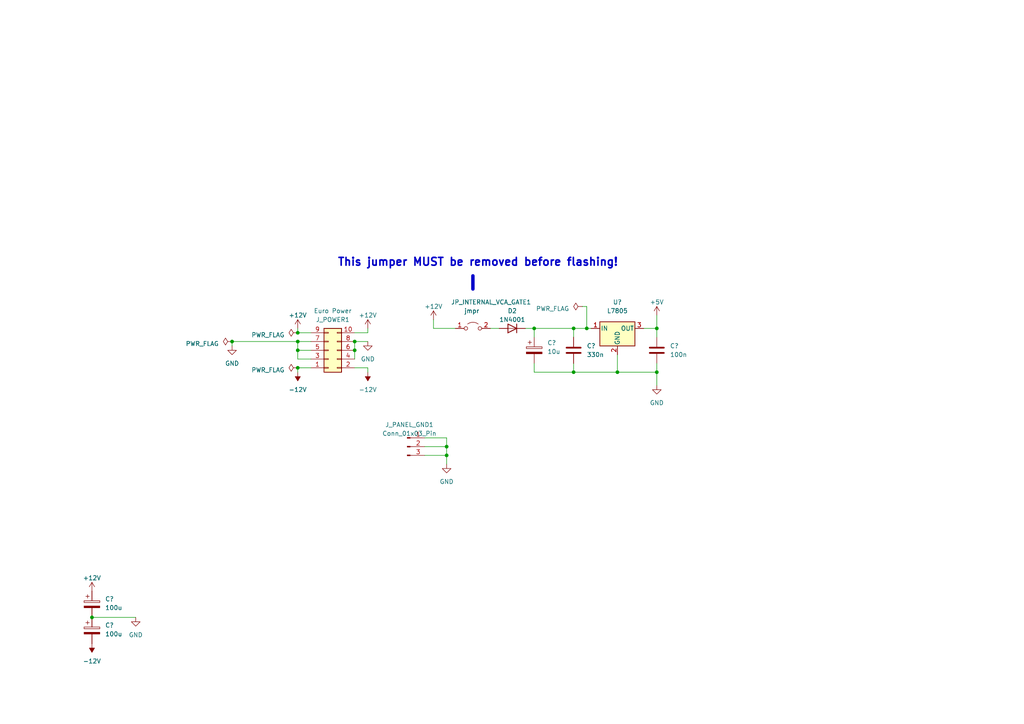
<source format=kicad_sch>
(kicad_sch (version 20230121) (generator eeschema)
  (paper "A4")
  (lib_symbols
    (symbol "Connector:Conn_01x03_Pin" (pin_names (offset 1.016) hide)
      (property "Reference" "J" (at 0 5.08 0))
      (property "Value" "Conn_01x03_Pin" (at 0 -5.08 0))
      (symbol "Conn_01x03_Pin_1_1"
        (polyline (pts (xy 1.27 -2.54) (xy 0.8636 -2.54)) (stroke (width 0.1524)))
        (polyline (pts (xy 1.27 0) (xy 0.8636 0)) (stroke (width 0.1524)))
        (polyline (pts (xy 1.27 2.54) (xy 0.8636 2.54)) (stroke (width 0.1524)))
        (rectangle (start 0.8636 -2.413) (end 0 -2.667) (stroke (width 0.1524)) (fill (type outline)))
        (rectangle (start 0.8636 0.127) (end 0 -0.127) (stroke (width 0.1524)) (fill (type outline)))
        (rectangle (start 0.8636 2.667) (end 0 2.413) (stroke (width 0.1524)) (fill (type outline)))
        (pin passive line (at 5.08 2.54 180) (length 3.81) (name "Pin_1") (number "1"))
        (pin passive line (at 5.08 0 180) (length 3.81) (name "Pin_2") (number "2"))
        (pin passive line (at 5.08 -2.54 180) (length 3.81) (name "Pin_3") (number "3"))
      )
    )
    (symbol "Connector_Generic:Conn_02x05_Odd_Even" (pin_names (offset 1.016) hide)
      (property "Reference" "J" (at 1.27 7.62 0))
      (property "Value" "Conn_02x05_Odd_Even" (at 1.27 -7.62 0))
      (symbol "Conn_02x05_Odd_Even_1_1"
        (rectangle (start -1.27 -4.953) (end 0 -5.207) (stroke (width 0.1524)))
        (rectangle (start -1.27 -2.413) (end 0 -2.667) (stroke (width 0.1524)))
        (rectangle (start -1.27 0.127) (end 0 -0.127) (stroke (width 0.1524)))
        (rectangle (start -1.27 2.667) (end 0 2.413) (stroke (width 0.1524)))
        (rectangle (start -1.27 5.207) (end 0 4.953) (stroke (width 0.1524)))
        (rectangle (start -1.27 6.35) (end 3.81 -6.35) (stroke (width 0.254)) (fill (type background)))
        (rectangle (start 3.81 -4.953) (end 2.54 -5.207) (stroke (width 0.1524)))
        (rectangle (start 3.81 -2.413) (end 2.54 -2.667) (stroke (width 0.1524)))
        (rectangle (start 3.81 0.127) (end 2.54 -0.127) (stroke (width 0.1524)))
        (rectangle (start 3.81 2.667) (end 2.54 2.413) (stroke (width 0.1524)))
        (rectangle (start 3.81 5.207) (end 2.54 4.953) (stroke (width 0.1524)))
        (pin passive line (at -5.08 5.08 0) (length 3.81) (name "Pin_1") (number "1"))
        (pin passive line (at 7.62 -5.08 180) (length 3.81) (name "Pin_10") (number "10"))
        (pin passive line (at 7.62 5.08 180) (length 3.81) (name "Pin_2") (number "2"))
        (pin passive line (at -5.08 2.54 0) (length 3.81) (name "Pin_3") (number "3"))
        (pin passive line (at 7.62 2.54 180) (length 3.81) (name "Pin_4") (number "4"))
        (pin passive line (at -5.08 0 0) (length 3.81) (name "Pin_5") (number "5"))
        (pin passive line (at 7.62 0 180) (length 3.81) (name "Pin_6") (number "6"))
        (pin passive line (at -5.08 -2.54 0) (length 3.81) (name "Pin_7") (number "7"))
        (pin passive line (at 7.62 -2.54 180) (length 3.81) (name "Pin_8") (number "8"))
        (pin passive line (at -5.08 -5.08 0) (length 3.81) (name "Pin_9") (number "9"))
      )
    )
    (symbol "Device:C" (pin_numbers hide) (pin_names (offset 0.254))
      (property "Reference" "C" (at 0.635 2.54 0))
      (property "Value" "C" (at 0.635 -2.54 0))
      (symbol "C_0_1"
        (polyline (pts (xy -2.032 -0.762) (xy 2.032 -0.762)) (stroke (width 0.508)))
        (polyline (pts (xy -2.032 0.762) (xy 2.032 0.762)) (stroke (width 0.508)))
      )
      (symbol "C_1_1"
        (pin passive line (at 0 3.81 270) (length 2.794) (name "~") (number "1"))
        (pin passive line (at 0 -3.81 90) (length 2.794) (name "~") (number "2"))
      )
    )
    (symbol "Device:C_Polarized" (pin_numbers hide) (pin_names (offset 0.254))
      (property "Reference" "C" (at 0.635 2.54 0))
      (property "Value" "C_Polarized" (at 0.635 -2.54 0))
      (symbol "C_Polarized_0_1"
        (rectangle (start -2.286 0.508) (end 2.286 1.016))
        (polyline (pts (xy -1.778 2.286) (xy -0.762 2.286)))
        (polyline (pts (xy -1.27 2.794) (xy -1.27 1.778)))
        (rectangle (start 2.286 -0.508) (end -2.286 -1.016) (fill (type outline)))
      )
      (symbol "C_Polarized_1_1"
        (pin passive line (at 0 3.81 270) (length 2.794) (name "~") (number "1"))
        (pin passive line (at 0 -3.81 90) (length 2.794) (name "~") (number "2"))
      )
    )
    (symbol "Device:D" (pin_numbers hide) (pin_names (offset 1.016) hide)
      (property "Reference" "D" (at 0 2.54 0))
      (property "Value" "D" (at 0 -2.54 0))
      (symbol "D_0_1"
        (polyline (pts (xy -1.27 1.27) (xy -1.27 -1.27)) (stroke (width 0.254)))
        (polyline (pts (xy 1.27 0) (xy -1.27 0)))
        (polyline (pts (xy 1.27 1.27) (xy 1.27 -1.27) (xy -1.27 0) (xy 1.27 1.27)) (stroke (width 0.254)))
      )
      (symbol "D_1_1"
        (pin passive line (at -3.81 0 0) (length 2.54) (name "K") (number "1"))
        (pin passive line (at 3.81 0 180) (length 2.54) (name "A") (number "2"))
      )
    )
    (symbol "Jumper:Jumper_2_Open" (pin_names (offset 0) hide)
      (property "Reference" "JP" (at 0 2.794 0))
      (property "Value" "Jumper_2_Open" (at 0 -2.286 0))
      (symbol "Jumper_2_Open_0_0"
        (circle (center -2.032 0) (radius 0.508))
        (circle (center 2.032 0) (radius 0.508))
      )
      (symbol "Jumper_2_Open_0_1"
        (arc (start 1.524 1.27) (mid 0 1.778) (end -1.524 1.27))
      )
      (symbol "Jumper_2_Open_1_1"
        (pin passive line (at -5.08 0 0) (length 2.54) (name "A") (number "1"))
        (pin passive line (at 5.08 0 180) (length 2.54) (name "B") (number "2"))
      )
    )
    (symbol "PWR_FLAG_1" (power) (pin_numbers hide) (pin_names (offset 0) hide)
      (property "Value" "PWR_FLAG_1" (at 0 3.81 0))
      (symbol "PWR_FLAG_1_0_0"
        (pin power_out line (at 0 0 90) (length 0) (name "pwr") (number "1"))
      )
      (symbol "PWR_FLAG_1_0_1"
        (polyline (pts (xy 0 0) (xy 0 1.27) (xy -1.016 1.905) (xy 0 2.54) (xy 1.016 1.905) (xy 0 1.27)))
      )
    )
    (symbol "PWR_FLAG_2" (power) (pin_numbers hide) (pin_names (offset 0) hide)
      (property "Value" "PWR_FLAG_2" (at 0 3.81 0))
      (symbol "PWR_FLAG_2_0_0"
        (pin power_out line (at 0 0 90) (length 0) (name "pwr") (number "1"))
      )
      (symbol "PWR_FLAG_2_0_1"
        (polyline (pts (xy 0 0) (xy 0 1.27) (xy -1.016 1.905) (xy 0 2.54) (xy 1.016 1.905) (xy 0 1.27)))
      )
    )
    (symbol "PWR_FLAG_3" (power) (pin_numbers hide) (pin_names (offset 0) hide)
      (property "Value" "PWR_FLAG_3" (at 0 3.81 0))
      (symbol "PWR_FLAG_3_0_0"
        (pin power_out line (at 0 0 90) (length 0) (name "pwr") (number "1"))
      )
      (symbol "PWR_FLAG_3_0_1"
        (polyline (pts (xy 0 0) (xy 0 1.27) (xy -1.016 1.905) (xy 0 2.54) (xy 1.016 1.905) (xy 0 1.27)))
      )
    )
    (symbol "Regulator_Linear:L7805" (pin_names (offset 0.254))
      (property "Reference" "U" (at -3.81 3.175 0))
      (property "Value" "L7805" (at 0 3.175 0))
      (symbol "L7805_0_1"
        (rectangle (start -5.08 1.905) (end 5.08 -5.08) (stroke (width 0.254)) (fill (type background)))
      )
      (symbol "L7805_1_1"
        (pin power_in line (at -7.62 0 0) (length 2.54) (name "IN") (number "1"))
        (pin power_in line (at 0 -7.62 90) (length 2.54) (name "GND") (number "2"))
        (pin power_out line (at 7.62 0 180) (length 2.54) (name "OUT") (number "3"))
      )
    )
    (symbol "power:+12V" (power) (pin_names (offset 0))
      (property "Value" "+12V" (at 0 3.556 0))
      (symbol "+12V_0_1"
        (polyline (pts (xy -0.762 1.27) (xy 0 2.54)))
        (polyline (pts (xy 0 0) (xy 0 2.54)))
        (polyline (pts (xy 0 2.54) (xy 0.762 1.27)))
      )
      (symbol "+12V_1_1"
        (pin power_in line (at 0 0 90) (length 0) hide (name "+12V") (number "1"))
      )
    )
    (symbol "power:+5V" (power) (pin_names (offset 0))
      (property "Value" "+5V" (at 0 3.556 0))
      (symbol "+5V_0_1"
        (polyline (pts (xy -0.762 1.27) (xy 0 2.54)))
        (polyline (pts (xy 0 0) (xy 0 2.54)))
        (polyline (pts (xy 0 2.54) (xy 0.762 1.27)))
      )
      (symbol "+5V_1_1"
        (pin power_in line (at 0 0 90) (length 0) hide (name "+5V") (number "1"))
      )
    )
    (symbol "power:-12V" (power) (pin_names (offset 0))
      (property "Value" "-12V" (at 0 3.81 0))
      (symbol "-12V_0_0"
        (pin power_in line (at 0 0 90) (length 0) hide (name "-12V") (number "1"))
      )
      (symbol "-12V_0_1"
        (polyline (pts (xy 0 0) (xy 0 1.27) (xy 0.762 1.27) (xy 0 2.54) (xy -0.762 1.27) (xy 0 1.27)) (fill (type outline)))
      )
    )
    (symbol "power:GND" (power) (pin_names (offset 0))
      (property "Value" "GND" (at 0 -3.81 0))
      (symbol "GND_0_1"
        (polyline (pts (xy 0 0) (xy 0 -1.27) (xy 1.27 -1.27) (xy 0 -2.54) (xy -1.27 -1.27) (xy 0 -1.27)))
      )
      (symbol "GND_1_1"
        (pin power_in line (at 0 0 270) (length 0) hide (name "GND") (number "1"))
      )
    )
  )
  (junction (at 154.94 95.25))
  (junction (at 179.07 107.95))
  (junction (at 86.36 99.06))
  (junction (at 86.36 96.52))
  (junction (at 86.36 101.6))
  (junction (at 86.36 106.68))
  (junction (at 170.18 95.25))
  (junction (at 166.37 107.95))
  (junction (at 67.31 99.06))
  (junction (at 129.54 129.54))
  (junction (at 190.5 95.25))
  (junction (at 129.54 132.08))
  (junction (at 102.87 101.6))
  (junction (at 190.5 107.95))
  (junction (at 166.37 95.25))
  (junction (at 26.67 179.07))
  (junction (at 102.87 99.06))
  (wire (pts (xy 154.94 95.25) (xy 166.37 95.25)))
  (wire (pts (xy 190.5 111.76) (xy 190.5 107.95)))
  (wire (pts (xy 129.54 132.08) (xy 129.54 129.54)))
  (wire (pts (xy 125.73 92.71) (xy 125.73 95.25)))
  (wire (pts (xy 142.24 95.25) (xy 144.78 95.25)))
  (wire (pts (xy 106.68 95.25) (xy 106.68 96.52)))
  (wire (pts (xy 125.73 95.25) (xy 132.08 95.25)))
  (wire (pts (xy 190.5 105.41) (xy 190.5 107.95)))
  (wire (pts (xy 166.37 95.25) (xy 166.37 97.79)))
  (wire (pts (xy 86.36 99.06) (xy 90.17 99.06)))
  (wire (pts (xy 86.36 96.52) (xy 90.17 96.52)))
  (wire (pts (xy 86.36 101.6) (xy 86.36 104.14)))
  (wire (pts (xy 86.36 95.25) (xy 86.36 96.52)))
  (wire (pts (xy 26.67 179.07) (xy 39.37 179.07)))
  (wire (pts (xy 166.37 95.25) (xy 170.18 95.25)))
  (wire (pts (xy 86.36 101.6) (xy 90.17 101.6)))
  (wire (pts (xy 86.36 107.95) (xy 86.36 106.68)))
  (wire (pts (xy 102.87 101.6) (xy 102.87 104.14)))
  (wire (pts (xy 67.31 99.06) (xy 67.31 100.33)))
  (wire (pts (xy 190.5 107.95) (xy 179.07 107.95)))
  (wire (pts (xy 102.87 99.06) (xy 106.68 99.06)))
  (polyline (pts (xy 137.16 80.01) (xy 137.16 83.82)) (stroke (width 1)))
  (wire (pts (xy 179.07 107.95) (xy 166.37 107.95)))
  (wire (pts (xy 154.94 95.25) (xy 154.94 97.79)))
  (wire (pts (xy 152.4 95.25) (xy 154.94 95.25)))
  (wire (pts (xy 86.36 104.14) (xy 90.17 104.14)))
  (wire (pts (xy 168.91 88.9) (xy 170.18 88.9)))
  (wire (pts (xy 170.18 95.25) (xy 171.45 95.25)))
  (wire (pts (xy 86.36 99.06) (xy 86.36 101.6)))
  (wire (pts (xy 106.68 107.95) (xy 106.68 106.68)))
  (wire (pts (xy 166.37 107.95) (xy 154.94 107.95)))
  (wire (pts (xy 129.54 134.62) (xy 129.54 132.08)))
  (wire (pts (xy 190.5 95.25) (xy 190.5 97.79)))
  (wire (pts (xy 106.68 96.52) (xy 102.87 96.52)))
  (wire (pts (xy 123.19 132.08) (xy 129.54 132.08)))
  (wire (pts (xy 186.69 95.25) (xy 190.5 95.25)))
  (wire (pts (xy 129.54 129.54) (xy 129.54 127)))
  (wire (pts (xy 129.54 127) (xy 123.19 127)))
  (wire (pts (xy 67.31 99.06) (xy 86.36 99.06)))
  (wire (pts (xy 166.37 105.41) (xy 166.37 107.95)))
  (wire (pts (xy 102.87 99.06) (xy 102.87 101.6)))
  (wire (pts (xy 170.18 88.9) (xy 170.18 95.25)))
  (wire (pts (xy 106.68 106.68) (xy 102.87 106.68)))
  (wire (pts (xy 123.19 129.54) (xy 129.54 129.54)))
  (wire (pts (xy 179.07 102.87) (xy 179.07 107.95)))
  (wire (pts (xy 86.36 106.68) (xy 90.17 106.68)))
  (wire (pts (xy 190.5 91.44) (xy 190.5 95.25)))
  (wire (pts (xy 154.94 107.95) (xy 154.94 105.41)))
  (text "This jumper MUST be removed before flashing!" (at 97.79 77.47 0) (effects (font (size 2.27 2.27) (thickness 0.454) bold) (justify left bottom)))
  (symbol (lib_id "Device:C") (at 190.5 101.6 0) (unit 1)
    (property "Reference" "C?" (at 194.31 100.3299 0) (effects (justify left)))
    (property "Value" "100n" (at 194.31 102.8699 0) (effects (justify left)))
    (property "Footprint" "Capacitor_THT:C_Disc_D3.0mm_W2.0mm_P2.50mm" (effects hide))
    (instances (project "third-voice" (path "" (reference "C?") (unit 1))) (project "shmoergh-funk-live-control" (path "" (reference "C25") (unit 1))))
  )
  (symbol (lib_id "Regulator_Linear:L7805") (at 179.07 95.25 0) (unit 1)
    (property "Reference" "U?" (at 179.07 87.63 0))
    (property "Value" "L7805" (at 179.07 90.17 0))
    (property "Footprint" "PCM_Package_TO_SOT_THT_AKL:TO-220-3_Vertical" (effects hide))
    (property "Datasheet" "http://www.st.com/content/ccc/resource/technical/document/datasheet/41/4f/b3/b0/12/d4/47/88/CD00000444.pdf/files/CD00000444.pdf/jcr:content/translations/en.CD00000444.pdf" (effects hide))
    (instances (project "third-voice" (path "" (reference "U?") (unit 1))) (project "shmoergh-funk-live-control" (path "" (reference "U11") (unit 1))))
  )
  (symbol (lib_id "power:+12V") (at 106.68 95.25 0) (unit 1)
    (property "Reference" "#PWR065" (effects hide))
    (property "Value" "+12V" (at 106.68 91.44 0))
  )
  (symbol (lib_name "PWR_FLAG_3") (lib_id "power:PWR_FLAG") (at 67.31 99.06 90) (unit 1)
    (property "Reference" "#FLG02" (effects hide))
    (property "Value" "PWR_FLAG" (at 63.5 99.695 90) (effects (justify left)))
  )
  (symbol (lib_id "Device:C_Polarized") (at 26.67 175.26 0) (unit 1)
    (property "Reference" "C?" (at 30.48 173.736 0) (effects (justify left)))
    (property "Value" "100u" (at 30.48 176.276 0) (effects (justify left)))
    (property "Footprint" "Capacitor_THT:CP_Radial_D6.3mm_P2.50mm" (effects hide))
    (instances (project "third-voice" (path "" (reference "C?") (unit 1))) (project "shmoergh-funk-live-control" (path "" (reference "C21") (unit 1))))
  )
  (symbol (lib_id "power:+12V") (at 86.36 95.25 0) (unit 1)
    (property "Reference" "#PWR063" (effects hide))
    (property "Value" "+12V" (at 86.36 91.44 0))
  )
  (symbol (lib_id "power:+5V") (at 190.5 91.44 0) (unit 1)
    (property "Reference" "#PWR070" (effects hide))
    (property "Value" "+5V" (at 190.5 87.63 0))
  )
  (symbol (lib_id "Connector:Conn_01x03_Pin") (at 118.11 129.54 0) (unit 1)
    (property "Reference" "J_PANEL_GND1" (at 118.745 123.19 0))
    (property "Value" "Conn_01x03_Pin" (at 118.745 125.73 0))
    (property "Footprint" "Shmoergh_Custom_Footprints:NSL25_01x03_Vertical" (effects hide))
  )
  (symbol (lib_id "power:GND") (at 129.54 134.62 0) (unit 1)
    (property "Reference" "#PWR068" (effects hide))
    (property "Value" "GND" (at 129.54 139.7 0))
  )
  (symbol (lib_name "PWR_FLAG_1") (lib_id "power:PWR_FLAG") (at 86.36 96.52 90) (unit 1)
    (property "Reference" "#FLG03" (effects hide))
    (property "Value" "PWR_FLAG" (at 82.55 97.155 90) (effects (justify left)))
  )
  (symbol (lib_id "power:-12V") (at 86.36 107.95 180) (unit 1)
    (property "Reference" "#PWR064" (effects hide))
    (property "Value" "-12V" (at 86.36 113.03 0))
  )
  (symbol (lib_id "Jumper:Jumper_2_Open") (at 137.16 95.25 0) (unit 1)
    (property "Reference" "JP_INTERNAL_VCA_GATE1" (at 130.81 87.63 0) (effects (justify left)))
    (property "Value" "jmpr" (at 134.62 90.17 0) (effects (justify left)))
    (property "Footprint" "PCM_Jumper_AKL_Double:Jumper_P2.54mm_D0.7mm" (effects hide))
    (instances (project "shmoergh-funk-live-control" (path "" (reference "JP_INTERNAL_VCA_GATE1") (unit 1)) (path "" (reference "JP_MCU_EXT_PWR2") (unit 1))))
  )
  (symbol (lib_name "PWR_FLAG_3") (lib_id "power:PWR_FLAG") (at 168.91 88.9 90) (unit 1)
    (property "Reference" "#FLG05" (effects hide))
    (property "Value" "PWR_FLAG" (at 165.1 89.535 90) (effects (justify left)))
  )
  (symbol (lib_id "Connector_Generic:Conn_02x05_Odd_Even") (at 95.25 101.6 0) (mirror x) (unit 1)
    (property "Reference" "J_POWER1" (at 96.52 92.71 0))
    (property "Value" "Euro Power" (at 96.52 90.17 0))
    (property "Footprint" "Connector_IDC:IDC-Header_2x05_P2.54mm_Vertical" (effects hide))
  )
  (symbol (lib_name "PWR_FLAG_2") (lib_id "power:PWR_FLAG") (at 86.36 106.68 90) (unit 1)
    (property "Reference" "#FLG04" (effects hide))
    (property "Value" "PWR_FLAG" (at 82.55 107.315 90) (effects (justify left)))
  )
  (symbol (lib_id "Device:D") (at 148.59 95.25 180) (unit 1)
    (property "Reference" "D2" (at 148.59 90.17 0))
    (property "Value" "1N4001" (at 148.59 92.71 0))
    (property "Footprint" "Diode_THT:D_DO-41_SOD81_P7.62mm_Horizontal" (effects hide))
    (property "Sim.Device" "D" (effects hide))
    (property "Sim.Pins" "1=K 2=A" (effects hide))
  )
  (symbol (lib_id "power:GND") (at 39.37 179.07 0) (unit 1)
    (property "Reference" "#PWR061" (effects hide))
    (property "Value" "GND" (at 39.37 184.15 0))
  )
  (symbol (lib_id "Device:C") (at 166.37 101.6 0) (unit 1)
    (property "Reference" "C?" (at 170.18 100.3299 0) (effects (justify left)))
    (property "Value" "330n" (at 170.18 102.8699 0) (effects (justify left)))
    (property "Footprint" "Capacitor_THT:C_Disc_D3.0mm_W2.0mm_P2.50mm" (effects hide))
    (instances (project "third-voice" (path "" (reference "C?") (unit 1))) (project "shmoergh-funk-live-control" (path "" (reference "C24") (unit 1))))
  )
  (symbol (lib_id "power:GND") (at 106.68 99.06 0) (unit 1)
    (property "Reference" "#PWR066" (effects hide))
    (property "Value" "GND" (at 106.68 104.14 0))
  )
  (symbol (lib_id "power:-12V") (at 26.67 186.69 180) (unit 1)
    (property "Reference" "#PWR060" (effects hide))
    (property "Value" "-12V" (at 26.67 191.77 0))
  )
  (symbol (lib_id "power:GND") (at 190.5 111.76 0) (unit 1)
    (property "Reference" "#PWR?" (effects hide))
    (property "Value" "GND" (at 190.5 116.84 0))
    (instances (project "third-voice" (path "" (reference "#PWR?") (unit 1))) (project "shmoergh-funk-live-control" (path "" (reference "#PWR071") (unit 1))))
  )
  (symbol (lib_id "Device:C_Polarized") (at 154.94 101.6 0) (unit 1)
    (property "Reference" "C?" (at 158.75 99.4409 0) (effects (justify left)))
    (property "Value" "10u" (at 158.75 101.9809 0) (effects (justify left)))
    (property "Footprint" "Capacitor_THT:CP_Radial_D6.3mm_P2.50mm" (effects hide))
    (instances (project "third-voice" (path "" (reference "C?") (unit 1))) (project "shmoergh-funk-live-control" (path "" (reference "C23") (unit 1))))
  )
  (symbol (lib_id "power:GND") (at 67.31 100.33 0) (unit 1)
    (property "Reference" "#PWR062" (effects hide))
    (property "Value" "GND" (at 67.31 105.41 0))
  )
  (symbol (lib_id "power:-12V") (at 106.68 107.95 180) (unit 1)
    (property "Reference" "#PWR067" (effects hide))
    (property "Value" "-12V" (at 106.68 113.03 0))
  )
  (symbol (lib_id "power:+12V") (at 26.67 171.45 0) (unit 1)
    (property "Reference" "#PWR059" (effects hide))
    (property "Value" "+12V" (at 26.67 167.64 0))
  )
  (symbol (lib_id "Device:C_Polarized") (at 26.67 182.88 0) (unit 1)
    (property "Reference" "C?" (at 30.48 181.356 0) (effects (justify left)))
    (property "Value" "100u" (at 30.48 183.896 0) (effects (justify left)))
    (property "Footprint" "Capacitor_THT:CP_Radial_D6.3mm_P2.50mm" (effects hide))
    (instances (project "third-voice" (path "" (reference "C?") (unit 1))) (project "shmoergh-funk-live-control" (path "" (reference "C22") (unit 1))))
  )
  (symbol (lib_id "power:+12V") (at 125.73 92.71 0) (unit 1)
    (property "Reference" "#PWR069" (effects hide))
    (property "Value" "+12V" (at 125.73 88.9 0))
  )
)
</source>
